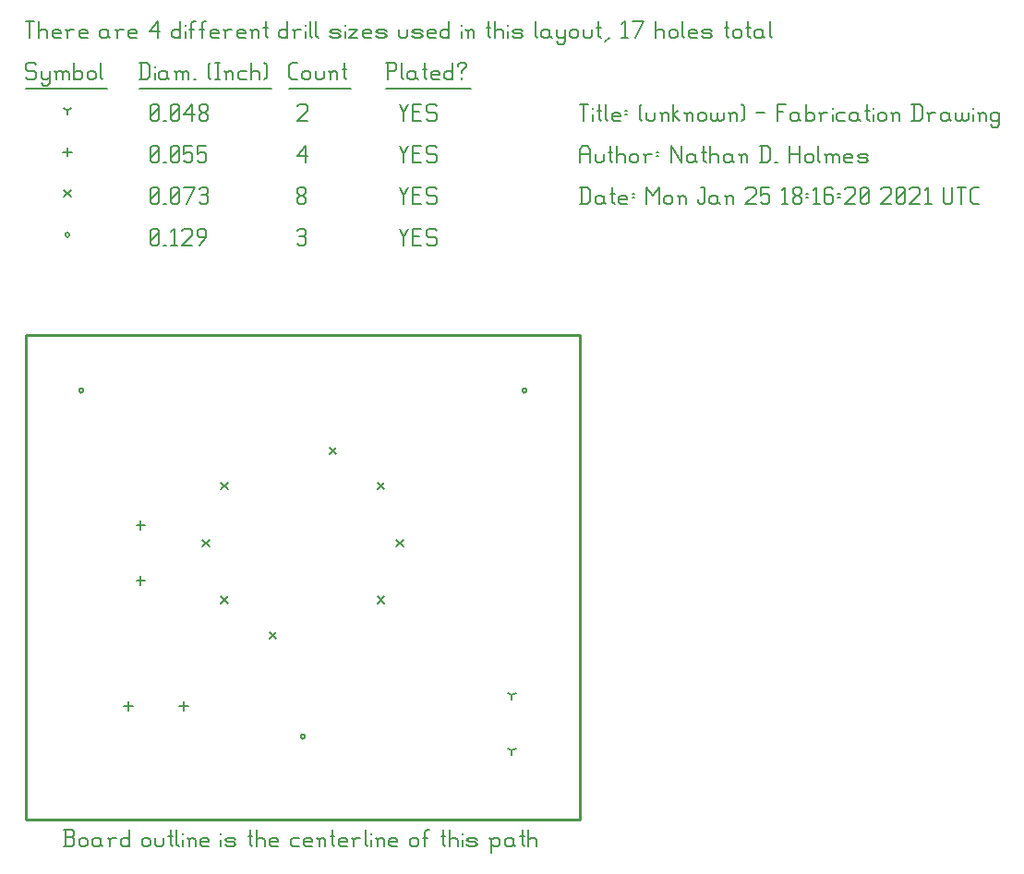
<source format=gbr>
G04 start of page 12 for group -3984 idx -3984 *
G04 Title: (unknown), fab *
G04 Creator: pcb 4.0.2 *
G04 CreationDate: Mon Jan 25 18:16:20 2021 UTC *
G04 For: ndholmes *
G04 Format: Gerber/RS-274X *
G04 PCB-Dimensions (mil): 2000.00 2000.00 *
G04 PCB-Coordinate-Origin: lower left *
%MOIN*%
%FSLAX25Y25*%
%LNFAB*%
%ADD55C,0.0100*%
%ADD54C,0.0075*%
%ADD53C,0.0060*%
%ADD52C,0.0080*%
G54D52*X99200Y30000D02*G75*G03X100800Y30000I800J0D01*G01*
G75*G03X99200Y30000I-800J0D01*G01*
X19200Y155000D02*G75*G03X20800Y155000I800J0D01*G01*
G75*G03X19200Y155000I-800J0D01*G01*
X179200D02*G75*G03X180800Y155000I800J0D01*G01*
G75*G03X179200Y155000I-800J0D01*G01*
X14200Y211250D02*G75*G03X15800Y211250I800J0D01*G01*
G75*G03X14200Y211250I-800J0D01*G01*
G54D53*X135000Y213500D02*X136500Y210500D01*
X138000Y213500D01*
X136500Y210500D02*Y207500D01*
X139800Y210800D02*X142050D01*
X139800Y207500D02*X142800D01*
X139800Y213500D02*Y207500D01*
Y213500D02*X142800D01*
X147600D02*X148350Y212750D01*
X145350Y213500D02*X147600D01*
X144600Y212750D02*X145350Y213500D01*
X144600Y212750D02*Y211250D01*
X145350Y210500D01*
X147600D01*
X148350Y209750D01*
Y208250D01*
X147600Y207500D02*X148350Y208250D01*
X145350Y207500D02*X147600D01*
X144600Y208250D02*X145350Y207500D01*
X98000Y212750D02*X98750Y213500D01*
X100250D01*
X101000Y212750D01*
X100250Y207500D02*X101000Y208250D01*
X98750Y207500D02*X100250D01*
X98000Y208250D02*X98750Y207500D01*
Y210800D02*X100250D01*
X101000Y212750D02*Y211550D01*
Y210050D02*Y208250D01*
Y210050D02*X100250Y210800D01*
X101000Y211550D02*X100250Y210800D01*
X45000Y208250D02*X45750Y207500D01*
X45000Y212750D02*Y208250D01*
Y212750D02*X45750Y213500D01*
X47250D01*
X48000Y212750D01*
Y208250D01*
X47250Y207500D02*X48000Y208250D01*
X45750Y207500D02*X47250D01*
X45000Y209000D02*X48000Y212000D01*
X49800Y207500D02*X50550D01*
X52350Y212300D02*X53550Y213500D01*
Y207500D01*
X52350D02*X54600D01*
X56400Y212750D02*X57150Y213500D01*
X59400D01*
X60150Y212750D01*
Y211250D01*
X56400Y207500D02*X60150Y211250D01*
X56400Y207500D02*X60150D01*
X62700D02*X64950Y210500D01*
Y212750D02*Y210500D01*
X64200Y213500D02*X64950Y212750D01*
X62700Y213500D02*X64200D01*
X61950Y212750D02*X62700Y213500D01*
X61950Y212750D02*Y211250D01*
X62700Y210500D01*
X64950D01*
X70484Y121773D02*X72884Y119373D01*
X70484D02*X72884Y121773D01*
X109615Y134487D02*X112015Y132087D01*
X109615D02*X112015Y134487D01*
X127116Y121772D02*X129516Y119372D01*
X127116D02*X129516Y121772D01*
X133800Y101200D02*X136200Y98800D01*
X133800D02*X136200Y101200D01*
X127116Y80627D02*X129516Y78227D01*
X127116D02*X129516Y80627D01*
X87985Y67913D02*X90385Y65513D01*
X87985D02*X90385Y67913D01*
X70484Y80628D02*X72884Y78228D01*
X70484D02*X72884Y80628D01*
X63800Y101200D02*X66200Y98800D01*
X63800D02*X66200Y101200D01*
X13800Y227450D02*X16200Y225050D01*
X13800D02*X16200Y227450D01*
X135000Y228500D02*X136500Y225500D01*
X138000Y228500D01*
X136500Y225500D02*Y222500D01*
X139800Y225800D02*X142050D01*
X139800Y222500D02*X142800D01*
X139800Y228500D02*Y222500D01*
Y228500D02*X142800D01*
X147600D02*X148350Y227750D01*
X145350Y228500D02*X147600D01*
X144600Y227750D02*X145350Y228500D01*
X144600Y227750D02*Y226250D01*
X145350Y225500D01*
X147600D01*
X148350Y224750D01*
Y223250D01*
X147600Y222500D02*X148350Y223250D01*
X145350Y222500D02*X147600D01*
X144600Y223250D02*X145350Y222500D01*
X98000Y223250D02*X98750Y222500D01*
X98000Y224450D02*Y223250D01*
Y224450D02*X99050Y225500D01*
X99950D01*
X101000Y224450D01*
Y223250D01*
X100250Y222500D02*X101000Y223250D01*
X98750Y222500D02*X100250D01*
X98000Y226550D02*X99050Y225500D01*
X98000Y227750D02*Y226550D01*
Y227750D02*X98750Y228500D01*
X100250D01*
X101000Y227750D01*
Y226550D01*
X99950Y225500D02*X101000Y226550D01*
X45000Y223250D02*X45750Y222500D01*
X45000Y227750D02*Y223250D01*
Y227750D02*X45750Y228500D01*
X47250D01*
X48000Y227750D01*
Y223250D01*
X47250Y222500D02*X48000Y223250D01*
X45750Y222500D02*X47250D01*
X45000Y224000D02*X48000Y227000D01*
X49800Y222500D02*X50550D01*
X52350Y223250D02*X53100Y222500D01*
X52350Y227750D02*Y223250D01*
Y227750D02*X53100Y228500D01*
X54600D01*
X55350Y227750D01*
Y223250D01*
X54600Y222500D02*X55350Y223250D01*
X53100Y222500D02*X54600D01*
X52350Y224000D02*X55350Y227000D01*
X57900Y222500D02*X60900Y228500D01*
X57150D02*X60900D01*
X62700Y227750D02*X63450Y228500D01*
X64950D01*
X65700Y227750D01*
X64950Y222500D02*X65700Y223250D01*
X63450Y222500D02*X64950D01*
X62700Y223250D02*X63450Y222500D01*
Y225800D02*X64950D01*
X65700Y227750D02*Y226550D01*
Y225050D02*Y223250D01*
Y225050D02*X64950Y225800D01*
X65700Y226550D02*X64950Y225800D01*
X41500Y108100D02*Y104900D01*
X39900Y106500D02*X43100D01*
X41500Y88100D02*Y84900D01*
X39900Y86500D02*X43100D01*
X37000Y42600D02*Y39400D01*
X35400Y41000D02*X38600D01*
X57000Y42600D02*Y39400D01*
X55400Y41000D02*X58600D01*
X15000Y242850D02*Y239650D01*
X13400Y241250D02*X16600D01*
X135000Y243500D02*X136500Y240500D01*
X138000Y243500D01*
X136500Y240500D02*Y237500D01*
X139800Y240800D02*X142050D01*
X139800Y237500D02*X142800D01*
X139800Y243500D02*Y237500D01*
Y243500D02*X142800D01*
X147600D02*X148350Y242750D01*
X145350Y243500D02*X147600D01*
X144600Y242750D02*X145350Y243500D01*
X144600Y242750D02*Y241250D01*
X145350Y240500D01*
X147600D01*
X148350Y239750D01*
Y238250D01*
X147600Y237500D02*X148350Y238250D01*
X145350Y237500D02*X147600D01*
X144600Y238250D02*X145350Y237500D01*
X98000Y239750D02*X101000Y243500D01*
X98000Y239750D02*X101750D01*
X101000Y243500D02*Y237500D01*
X45000Y238250D02*X45750Y237500D01*
X45000Y242750D02*Y238250D01*
Y242750D02*X45750Y243500D01*
X47250D01*
X48000Y242750D01*
Y238250D01*
X47250Y237500D02*X48000Y238250D01*
X45750Y237500D02*X47250D01*
X45000Y239000D02*X48000Y242000D01*
X49800Y237500D02*X50550D01*
X52350Y238250D02*X53100Y237500D01*
X52350Y242750D02*Y238250D01*
Y242750D02*X53100Y243500D01*
X54600D01*
X55350Y242750D01*
Y238250D01*
X54600Y237500D02*X55350Y238250D01*
X53100Y237500D02*X54600D01*
X52350Y239000D02*X55350Y242000D01*
X57150Y243500D02*X60150D01*
X57150D02*Y240500D01*
X57900Y241250D01*
X59400D01*
X60150Y240500D01*
Y238250D01*
X59400Y237500D02*X60150Y238250D01*
X57900Y237500D02*X59400D01*
X57150Y238250D02*X57900Y237500D01*
X61950Y243500D02*X64950D01*
X61950D02*Y240500D01*
X62700Y241250D01*
X64200D01*
X64950Y240500D01*
Y238250D01*
X64200Y237500D02*X64950Y238250D01*
X62700Y237500D02*X64200D01*
X61950Y238250D02*X62700Y237500D01*
X175500Y25000D02*Y23400D01*
Y25000D02*X176887Y25800D01*
X175500Y25000D02*X174113Y25800D01*
X175500Y45000D02*Y43400D01*
Y45000D02*X176887Y45800D01*
X175500Y45000D02*X174113Y45800D01*
X15000Y256250D02*Y254650D01*
Y256250D02*X16387Y257050D01*
X15000Y256250D02*X13613Y257050D01*
X135000Y258500D02*X136500Y255500D01*
X138000Y258500D01*
X136500Y255500D02*Y252500D01*
X139800Y255800D02*X142050D01*
X139800Y252500D02*X142800D01*
X139800Y258500D02*Y252500D01*
Y258500D02*X142800D01*
X147600D02*X148350Y257750D01*
X145350Y258500D02*X147600D01*
X144600Y257750D02*X145350Y258500D01*
X144600Y257750D02*Y256250D01*
X145350Y255500D01*
X147600D01*
X148350Y254750D01*
Y253250D01*
X147600Y252500D02*X148350Y253250D01*
X145350Y252500D02*X147600D01*
X144600Y253250D02*X145350Y252500D01*
X98000Y257750D02*X98750Y258500D01*
X101000D01*
X101750Y257750D01*
Y256250D01*
X98000Y252500D02*X101750Y256250D01*
X98000Y252500D02*X101750D01*
X45000Y253250D02*X45750Y252500D01*
X45000Y257750D02*Y253250D01*
Y257750D02*X45750Y258500D01*
X47250D01*
X48000Y257750D01*
Y253250D01*
X47250Y252500D02*X48000Y253250D01*
X45750Y252500D02*X47250D01*
X45000Y254000D02*X48000Y257000D01*
X49800Y252500D02*X50550D01*
X52350Y253250D02*X53100Y252500D01*
X52350Y257750D02*Y253250D01*
Y257750D02*X53100Y258500D01*
X54600D01*
X55350Y257750D01*
Y253250D01*
X54600Y252500D02*X55350Y253250D01*
X53100Y252500D02*X54600D01*
X52350Y254000D02*X55350Y257000D01*
X57150Y254750D02*X60150Y258500D01*
X57150Y254750D02*X60900D01*
X60150Y258500D02*Y252500D01*
X62700Y253250D02*X63450Y252500D01*
X62700Y254450D02*Y253250D01*
Y254450D02*X63750Y255500D01*
X64650D01*
X65700Y254450D01*
Y253250D01*
X64950Y252500D02*X65700Y253250D01*
X63450Y252500D02*X64950D01*
X62700Y256550D02*X63750Y255500D01*
X62700Y257750D02*Y256550D01*
Y257750D02*X63450Y258500D01*
X64950D01*
X65700Y257750D01*
Y256550D01*
X64650Y255500D02*X65700Y256550D01*
X3000Y273500D02*X3750Y272750D01*
X750Y273500D02*X3000D01*
X0Y272750D02*X750Y273500D01*
X0Y272750D02*Y271250D01*
X750Y270500D01*
X3000D01*
X3750Y269750D01*
Y268250D01*
X3000Y267500D02*X3750Y268250D01*
X750Y267500D02*X3000D01*
X0Y268250D02*X750Y267500D01*
X5550Y270500D02*Y268250D01*
X6300Y267500D01*
X8550Y270500D02*Y266000D01*
X7800Y265250D02*X8550Y266000D01*
X6300Y265250D02*X7800D01*
X5550Y266000D02*X6300Y265250D01*
Y267500D02*X7800D01*
X8550Y268250D01*
X11100Y269750D02*Y267500D01*
Y269750D02*X11850Y270500D01*
X12600D01*
X13350Y269750D01*
Y267500D01*
Y269750D02*X14100Y270500D01*
X14850D01*
X15600Y269750D01*
Y267500D01*
X10350Y270500D02*X11100Y269750D01*
X17400Y273500D02*Y267500D01*
Y268250D02*X18150Y267500D01*
X19650D01*
X20400Y268250D01*
Y269750D02*Y268250D01*
X19650Y270500D02*X20400Y269750D01*
X18150Y270500D02*X19650D01*
X17400Y269750D02*X18150Y270500D01*
X22200Y269750D02*Y268250D01*
Y269750D02*X22950Y270500D01*
X24450D01*
X25200Y269750D01*
Y268250D01*
X24450Y267500D02*X25200Y268250D01*
X22950Y267500D02*X24450D01*
X22200Y268250D02*X22950Y267500D01*
X27000Y273500D02*Y268250D01*
X27750Y267500D01*
X0Y264250D02*X29250D01*
X41750Y273500D02*Y267500D01*
X43700Y273500D02*X44750Y272450D01*
Y268550D01*
X43700Y267500D02*X44750Y268550D01*
X41000Y267500D02*X43700D01*
X41000Y273500D02*X43700D01*
G54D54*X46550Y272000D02*Y271850D01*
G54D53*Y269750D02*Y267500D01*
X50300Y270500D02*X51050Y269750D01*
X48800Y270500D02*X50300D01*
X48050Y269750D02*X48800Y270500D01*
X48050Y269750D02*Y268250D01*
X48800Y267500D01*
X51050Y270500D02*Y268250D01*
X51800Y267500D01*
X48800D02*X50300D01*
X51050Y268250D01*
X54350Y269750D02*Y267500D01*
Y269750D02*X55100Y270500D01*
X55850D01*
X56600Y269750D01*
Y267500D01*
Y269750D02*X57350Y270500D01*
X58100D01*
X58850Y269750D01*
Y267500D01*
X53600Y270500D02*X54350Y269750D01*
X60650Y267500D02*X61400D01*
X65900Y268250D02*X66650Y267500D01*
X65900Y272750D02*X66650Y273500D01*
X65900Y272750D02*Y268250D01*
X68450Y273500D02*X69950D01*
X69200D02*Y267500D01*
X68450D02*X69950D01*
X72500Y269750D02*Y267500D01*
Y269750D02*X73250Y270500D01*
X74000D01*
X74750Y269750D01*
Y267500D01*
X71750Y270500D02*X72500Y269750D01*
X77300Y270500D02*X79550D01*
X76550Y269750D02*X77300Y270500D01*
X76550Y269750D02*Y268250D01*
X77300Y267500D01*
X79550D01*
X81350Y273500D02*Y267500D01*
Y269750D02*X82100Y270500D01*
X83600D01*
X84350Y269750D01*
Y267500D01*
X86150Y273500D02*X86900Y272750D01*
Y268250D01*
X86150Y267500D02*X86900Y268250D01*
X41000Y264250D02*X88700D01*
X96050Y267500D02*X98000D01*
X95000Y268550D02*X96050Y267500D01*
X95000Y272450D02*Y268550D01*
Y272450D02*X96050Y273500D01*
X98000D01*
X99800Y269750D02*Y268250D01*
Y269750D02*X100550Y270500D01*
X102050D01*
X102800Y269750D01*
Y268250D01*
X102050Y267500D02*X102800Y268250D01*
X100550Y267500D02*X102050D01*
X99800Y268250D02*X100550Y267500D01*
X104600Y270500D02*Y268250D01*
X105350Y267500D01*
X106850D01*
X107600Y268250D01*
Y270500D02*Y268250D01*
X110150Y269750D02*Y267500D01*
Y269750D02*X110900Y270500D01*
X111650D01*
X112400Y269750D01*
Y267500D01*
X109400Y270500D02*X110150Y269750D01*
X114950Y273500D02*Y268250D01*
X115700Y267500D01*
X114200Y271250D02*X115700D01*
X95000Y264250D02*X117200D01*
X130750Y273500D02*Y267500D01*
X130000Y273500D02*X133000D01*
X133750Y272750D01*
Y271250D01*
X133000Y270500D02*X133750Y271250D01*
X130750Y270500D02*X133000D01*
X135550Y273500D02*Y268250D01*
X136300Y267500D01*
X140050Y270500D02*X140800Y269750D01*
X138550Y270500D02*X140050D01*
X137800Y269750D02*X138550Y270500D01*
X137800Y269750D02*Y268250D01*
X138550Y267500D01*
X140800Y270500D02*Y268250D01*
X141550Y267500D01*
X138550D02*X140050D01*
X140800Y268250D01*
X144100Y273500D02*Y268250D01*
X144850Y267500D01*
X143350Y271250D02*X144850D01*
X147100Y267500D02*X149350D01*
X146350Y268250D02*X147100Y267500D01*
X146350Y269750D02*Y268250D01*
Y269750D02*X147100Y270500D01*
X148600D01*
X149350Y269750D01*
X146350Y269000D02*X149350D01*
Y269750D02*Y269000D01*
X154150Y273500D02*Y267500D01*
X153400D02*X154150Y268250D01*
X151900Y267500D02*X153400D01*
X151150Y268250D02*X151900Y267500D01*
X151150Y269750D02*Y268250D01*
Y269750D02*X151900Y270500D01*
X153400D01*
X154150Y269750D01*
X157450Y270500D02*Y269750D01*
Y268250D02*Y267500D01*
X155950Y272750D02*Y272000D01*
Y272750D02*X156700Y273500D01*
X158200D01*
X158950Y272750D01*
Y272000D01*
X157450Y270500D02*X158950Y272000D01*
X130000Y264250D02*X160750D01*
X0Y288500D02*X3000D01*
X1500D02*Y282500D01*
X4800Y288500D02*Y282500D01*
Y284750D02*X5550Y285500D01*
X7050D01*
X7800Y284750D01*
Y282500D01*
X10350D02*X12600D01*
X9600Y283250D02*X10350Y282500D01*
X9600Y284750D02*Y283250D01*
Y284750D02*X10350Y285500D01*
X11850D01*
X12600Y284750D01*
X9600Y284000D02*X12600D01*
Y284750D02*Y284000D01*
X15150Y284750D02*Y282500D01*
Y284750D02*X15900Y285500D01*
X17400D01*
X14400D02*X15150Y284750D01*
X19950Y282500D02*X22200D01*
X19200Y283250D02*X19950Y282500D01*
X19200Y284750D02*Y283250D01*
Y284750D02*X19950Y285500D01*
X21450D01*
X22200Y284750D01*
X19200Y284000D02*X22200D01*
Y284750D02*Y284000D01*
X28950Y285500D02*X29700Y284750D01*
X27450Y285500D02*X28950D01*
X26700Y284750D02*X27450Y285500D01*
X26700Y284750D02*Y283250D01*
X27450Y282500D01*
X29700Y285500D02*Y283250D01*
X30450Y282500D01*
X27450D02*X28950D01*
X29700Y283250D01*
X33000Y284750D02*Y282500D01*
Y284750D02*X33750Y285500D01*
X35250D01*
X32250D02*X33000Y284750D01*
X37800Y282500D02*X40050D01*
X37050Y283250D02*X37800Y282500D01*
X37050Y284750D02*Y283250D01*
Y284750D02*X37800Y285500D01*
X39300D01*
X40050Y284750D01*
X37050Y284000D02*X40050D01*
Y284750D02*Y284000D01*
X44550Y284750D02*X47550Y288500D01*
X44550Y284750D02*X48300D01*
X47550Y288500D02*Y282500D01*
X55800Y288500D02*Y282500D01*
X55050D02*X55800Y283250D01*
X53550Y282500D02*X55050D01*
X52800Y283250D02*X53550Y282500D01*
X52800Y284750D02*Y283250D01*
Y284750D02*X53550Y285500D01*
X55050D01*
X55800Y284750D01*
G54D54*X57600Y287000D02*Y286850D01*
G54D53*Y284750D02*Y282500D01*
X59850Y287750D02*Y282500D01*
Y287750D02*X60600Y288500D01*
X61350D01*
X59100Y285500D02*X60600D01*
X63600Y287750D02*Y282500D01*
Y287750D02*X64350Y288500D01*
X65100D01*
X62850Y285500D02*X64350D01*
X67350Y282500D02*X69600D01*
X66600Y283250D02*X67350Y282500D01*
X66600Y284750D02*Y283250D01*
Y284750D02*X67350Y285500D01*
X68850D01*
X69600Y284750D01*
X66600Y284000D02*X69600D01*
Y284750D02*Y284000D01*
X72150Y284750D02*Y282500D01*
Y284750D02*X72900Y285500D01*
X74400D01*
X71400D02*X72150Y284750D01*
X76950Y282500D02*X79200D01*
X76200Y283250D02*X76950Y282500D01*
X76200Y284750D02*Y283250D01*
Y284750D02*X76950Y285500D01*
X78450D01*
X79200Y284750D01*
X76200Y284000D02*X79200D01*
Y284750D02*Y284000D01*
X81750Y284750D02*Y282500D01*
Y284750D02*X82500Y285500D01*
X83250D01*
X84000Y284750D01*
Y282500D01*
X81000Y285500D02*X81750Y284750D01*
X86550Y288500D02*Y283250D01*
X87300Y282500D01*
X85800Y286250D02*X87300D01*
X94500Y288500D02*Y282500D01*
X93750D02*X94500Y283250D01*
X92250Y282500D02*X93750D01*
X91500Y283250D02*X92250Y282500D01*
X91500Y284750D02*Y283250D01*
Y284750D02*X92250Y285500D01*
X93750D01*
X94500Y284750D01*
X97050D02*Y282500D01*
Y284750D02*X97800Y285500D01*
X99300D01*
X96300D02*X97050Y284750D01*
G54D54*X101100Y287000D02*Y286850D01*
G54D53*Y284750D02*Y282500D01*
X102600Y288500D02*Y283250D01*
X103350Y282500D01*
X104850Y288500D02*Y283250D01*
X105600Y282500D01*
X110550D02*X112800D01*
X113550Y283250D01*
X112800Y284000D02*X113550Y283250D01*
X110550Y284000D02*X112800D01*
X109800Y284750D02*X110550Y284000D01*
X109800Y284750D02*X110550Y285500D01*
X112800D01*
X113550Y284750D01*
X109800Y283250D02*X110550Y282500D01*
G54D54*X115350Y287000D02*Y286850D01*
G54D53*Y284750D02*Y282500D01*
X116850Y285500D02*X119850D01*
X116850Y282500D02*X119850Y285500D01*
X116850Y282500D02*X119850D01*
X122400D02*X124650D01*
X121650Y283250D02*X122400Y282500D01*
X121650Y284750D02*Y283250D01*
Y284750D02*X122400Y285500D01*
X123900D01*
X124650Y284750D01*
X121650Y284000D02*X124650D01*
Y284750D02*Y284000D01*
X127200Y282500D02*X129450D01*
X130200Y283250D01*
X129450Y284000D02*X130200Y283250D01*
X127200Y284000D02*X129450D01*
X126450Y284750D02*X127200Y284000D01*
X126450Y284750D02*X127200Y285500D01*
X129450D01*
X130200Y284750D01*
X126450Y283250D02*X127200Y282500D01*
X134700Y285500D02*Y283250D01*
X135450Y282500D01*
X136950D01*
X137700Y283250D01*
Y285500D02*Y283250D01*
X140250Y282500D02*X142500D01*
X143250Y283250D01*
X142500Y284000D02*X143250Y283250D01*
X140250Y284000D02*X142500D01*
X139500Y284750D02*X140250Y284000D01*
X139500Y284750D02*X140250Y285500D01*
X142500D01*
X143250Y284750D01*
X139500Y283250D02*X140250Y282500D01*
X145800D02*X148050D01*
X145050Y283250D02*X145800Y282500D01*
X145050Y284750D02*Y283250D01*
Y284750D02*X145800Y285500D01*
X147300D01*
X148050Y284750D01*
X145050Y284000D02*X148050D01*
Y284750D02*Y284000D01*
X152850Y288500D02*Y282500D01*
X152100D02*X152850Y283250D01*
X150600Y282500D02*X152100D01*
X149850Y283250D02*X150600Y282500D01*
X149850Y284750D02*Y283250D01*
Y284750D02*X150600Y285500D01*
X152100D01*
X152850Y284750D01*
G54D54*X157350Y287000D02*Y286850D01*
G54D53*Y284750D02*Y282500D01*
X159600Y284750D02*Y282500D01*
Y284750D02*X160350Y285500D01*
X161100D01*
X161850Y284750D01*
Y282500D01*
X158850Y285500D02*X159600Y284750D01*
X167100Y288500D02*Y283250D01*
X167850Y282500D01*
X166350Y286250D02*X167850D01*
X169350Y288500D02*Y282500D01*
Y284750D02*X170100Y285500D01*
X171600D01*
X172350Y284750D01*
Y282500D01*
G54D54*X174150Y287000D02*Y286850D01*
G54D53*Y284750D02*Y282500D01*
X176400D02*X178650D01*
X179400Y283250D01*
X178650Y284000D02*X179400Y283250D01*
X176400Y284000D02*X178650D01*
X175650Y284750D02*X176400Y284000D01*
X175650Y284750D02*X176400Y285500D01*
X178650D01*
X179400Y284750D01*
X175650Y283250D02*X176400Y282500D01*
X183900Y288500D02*Y283250D01*
X184650Y282500D01*
X188400Y285500D02*X189150Y284750D01*
X186900Y285500D02*X188400D01*
X186150Y284750D02*X186900Y285500D01*
X186150Y284750D02*Y283250D01*
X186900Y282500D01*
X189150Y285500D02*Y283250D01*
X189900Y282500D01*
X186900D02*X188400D01*
X189150Y283250D01*
X191700Y285500D02*Y283250D01*
X192450Y282500D01*
X194700Y285500D02*Y281000D01*
X193950Y280250D02*X194700Y281000D01*
X192450Y280250D02*X193950D01*
X191700Y281000D02*X192450Y280250D01*
Y282500D02*X193950D01*
X194700Y283250D01*
X196500Y284750D02*Y283250D01*
Y284750D02*X197250Y285500D01*
X198750D01*
X199500Y284750D01*
Y283250D01*
X198750Y282500D02*X199500Y283250D01*
X197250Y282500D02*X198750D01*
X196500Y283250D02*X197250Y282500D01*
X201300Y285500D02*Y283250D01*
X202050Y282500D01*
X203550D01*
X204300Y283250D01*
Y285500D02*Y283250D01*
X206850Y288500D02*Y283250D01*
X207600Y282500D01*
X206100Y286250D02*X207600D01*
X209100Y281000D02*X210600Y282500D01*
X215100Y287300D02*X216300Y288500D01*
Y282500D01*
X215100D02*X217350D01*
X219900D02*X222900Y288500D01*
X219150D02*X222900D01*
X227400D02*Y282500D01*
Y284750D02*X228150Y285500D01*
X229650D01*
X230400Y284750D01*
Y282500D01*
X232200Y284750D02*Y283250D01*
Y284750D02*X232950Y285500D01*
X234450D01*
X235200Y284750D01*
Y283250D01*
X234450Y282500D02*X235200Y283250D01*
X232950Y282500D02*X234450D01*
X232200Y283250D02*X232950Y282500D01*
X237000Y288500D02*Y283250D01*
X237750Y282500D01*
X240000D02*X242250D01*
X239250Y283250D02*X240000Y282500D01*
X239250Y284750D02*Y283250D01*
Y284750D02*X240000Y285500D01*
X241500D01*
X242250Y284750D01*
X239250Y284000D02*X242250D01*
Y284750D02*Y284000D01*
X244800Y282500D02*X247050D01*
X247800Y283250D01*
X247050Y284000D02*X247800Y283250D01*
X244800Y284000D02*X247050D01*
X244050Y284750D02*X244800Y284000D01*
X244050Y284750D02*X244800Y285500D01*
X247050D01*
X247800Y284750D01*
X244050Y283250D02*X244800Y282500D01*
X253050Y288500D02*Y283250D01*
X253800Y282500D01*
X252300Y286250D02*X253800D01*
X255300Y284750D02*Y283250D01*
Y284750D02*X256050Y285500D01*
X257550D01*
X258300Y284750D01*
Y283250D01*
X257550Y282500D02*X258300Y283250D01*
X256050Y282500D02*X257550D01*
X255300Y283250D02*X256050Y282500D01*
X260850Y288500D02*Y283250D01*
X261600Y282500D01*
X260100Y286250D02*X261600D01*
X265350Y285500D02*X266100Y284750D01*
X263850Y285500D02*X265350D01*
X263100Y284750D02*X263850Y285500D01*
X263100Y284750D02*Y283250D01*
X263850Y282500D01*
X266100Y285500D02*Y283250D01*
X266850Y282500D01*
X263850D02*X265350D01*
X266100Y283250D01*
X268650Y288500D02*Y283250D01*
X269400Y282500D01*
G54D55*X0Y175000D02*Y0D01*
X200000D01*
Y175000D01*
X0D02*X200000D01*
G54D53*X13675Y-9500D02*X16675D01*
X17425Y-8750D01*
Y-6950D02*Y-8750D01*
X16675Y-6200D02*X17425Y-6950D01*
X14425Y-6200D02*X16675D01*
X14425Y-3500D02*Y-9500D01*
X13675Y-3500D02*X16675D01*
X17425Y-4250D01*
Y-5450D01*
X16675Y-6200D02*X17425Y-5450D01*
X19225Y-7250D02*Y-8750D01*
Y-7250D02*X19975Y-6500D01*
X21475D01*
X22225Y-7250D01*
Y-8750D01*
X21475Y-9500D02*X22225Y-8750D01*
X19975Y-9500D02*X21475D01*
X19225Y-8750D02*X19975Y-9500D01*
X26275Y-6500D02*X27025Y-7250D01*
X24775Y-6500D02*X26275D01*
X24025Y-7250D02*X24775Y-6500D01*
X24025Y-7250D02*Y-8750D01*
X24775Y-9500D01*
X27025Y-6500D02*Y-8750D01*
X27775Y-9500D01*
X24775D02*X26275D01*
X27025Y-8750D01*
X30325Y-7250D02*Y-9500D01*
Y-7250D02*X31075Y-6500D01*
X32575D01*
X29575D02*X30325Y-7250D01*
X37375Y-3500D02*Y-9500D01*
X36625D02*X37375Y-8750D01*
X35125Y-9500D02*X36625D01*
X34375Y-8750D02*X35125Y-9500D01*
X34375Y-7250D02*Y-8750D01*
Y-7250D02*X35125Y-6500D01*
X36625D01*
X37375Y-7250D01*
X41875D02*Y-8750D01*
Y-7250D02*X42625Y-6500D01*
X44125D01*
X44875Y-7250D01*
Y-8750D01*
X44125Y-9500D02*X44875Y-8750D01*
X42625Y-9500D02*X44125D01*
X41875Y-8750D02*X42625Y-9500D01*
X46675Y-6500D02*Y-8750D01*
X47425Y-9500D01*
X48925D01*
X49675Y-8750D01*
Y-6500D02*Y-8750D01*
X52225Y-3500D02*Y-8750D01*
X52975Y-9500D01*
X51475Y-5750D02*X52975D01*
X54475Y-3500D02*Y-8750D01*
X55225Y-9500D01*
G54D54*X56725Y-5000D02*Y-5150D01*
G54D53*Y-7250D02*Y-9500D01*
X58975Y-7250D02*Y-9500D01*
Y-7250D02*X59725Y-6500D01*
X60475D01*
X61225Y-7250D01*
Y-9500D01*
X58225Y-6500D02*X58975Y-7250D01*
X63775Y-9500D02*X66025D01*
X63025Y-8750D02*X63775Y-9500D01*
X63025Y-7250D02*Y-8750D01*
Y-7250D02*X63775Y-6500D01*
X65275D01*
X66025Y-7250D01*
X63025Y-8000D02*X66025D01*
Y-7250D02*Y-8000D01*
G54D54*X70525Y-5000D02*Y-5150D01*
G54D53*Y-7250D02*Y-9500D01*
X72775D02*X75025D01*
X75775Y-8750D01*
X75025Y-8000D02*X75775Y-8750D01*
X72775Y-8000D02*X75025D01*
X72025Y-7250D02*X72775Y-8000D01*
X72025Y-7250D02*X72775Y-6500D01*
X75025D01*
X75775Y-7250D01*
X72025Y-8750D02*X72775Y-9500D01*
X81025Y-3500D02*Y-8750D01*
X81775Y-9500D01*
X80275Y-5750D02*X81775D01*
X83275Y-3500D02*Y-9500D01*
Y-7250D02*X84025Y-6500D01*
X85525D01*
X86275Y-7250D01*
Y-9500D01*
X88825D02*X91075D01*
X88075Y-8750D02*X88825Y-9500D01*
X88075Y-7250D02*Y-8750D01*
Y-7250D02*X88825Y-6500D01*
X90325D01*
X91075Y-7250D01*
X88075Y-8000D02*X91075D01*
Y-7250D02*Y-8000D01*
X96325Y-6500D02*X98575D01*
X95575Y-7250D02*X96325Y-6500D01*
X95575Y-7250D02*Y-8750D01*
X96325Y-9500D01*
X98575D01*
X101125D02*X103375D01*
X100375Y-8750D02*X101125Y-9500D01*
X100375Y-7250D02*Y-8750D01*
Y-7250D02*X101125Y-6500D01*
X102625D01*
X103375Y-7250D01*
X100375Y-8000D02*X103375D01*
Y-7250D02*Y-8000D01*
X105925Y-7250D02*Y-9500D01*
Y-7250D02*X106675Y-6500D01*
X107425D01*
X108175Y-7250D01*
Y-9500D01*
X105175Y-6500D02*X105925Y-7250D01*
X110725Y-3500D02*Y-8750D01*
X111475Y-9500D01*
X109975Y-5750D02*X111475D01*
X113725Y-9500D02*X115975D01*
X112975Y-8750D02*X113725Y-9500D01*
X112975Y-7250D02*Y-8750D01*
Y-7250D02*X113725Y-6500D01*
X115225D01*
X115975Y-7250D01*
X112975Y-8000D02*X115975D01*
Y-7250D02*Y-8000D01*
X118525Y-7250D02*Y-9500D01*
Y-7250D02*X119275Y-6500D01*
X120775D01*
X117775D02*X118525Y-7250D01*
X122575Y-3500D02*Y-8750D01*
X123325Y-9500D01*
G54D54*X124825Y-5000D02*Y-5150D01*
G54D53*Y-7250D02*Y-9500D01*
X127075Y-7250D02*Y-9500D01*
Y-7250D02*X127825Y-6500D01*
X128575D01*
X129325Y-7250D01*
Y-9500D01*
X126325Y-6500D02*X127075Y-7250D01*
X131875Y-9500D02*X134125D01*
X131125Y-8750D02*X131875Y-9500D01*
X131125Y-7250D02*Y-8750D01*
Y-7250D02*X131875Y-6500D01*
X133375D01*
X134125Y-7250D01*
X131125Y-8000D02*X134125D01*
Y-7250D02*Y-8000D01*
X138625Y-7250D02*Y-8750D01*
Y-7250D02*X139375Y-6500D01*
X140875D01*
X141625Y-7250D01*
Y-8750D01*
X140875Y-9500D02*X141625Y-8750D01*
X139375Y-9500D02*X140875D01*
X138625Y-8750D02*X139375Y-9500D01*
X144175Y-4250D02*Y-9500D01*
Y-4250D02*X144925Y-3500D01*
X145675D01*
X143425Y-6500D02*X144925D01*
X150625Y-3500D02*Y-8750D01*
X151375Y-9500D01*
X149875Y-5750D02*X151375D01*
X152875Y-3500D02*Y-9500D01*
Y-7250D02*X153625Y-6500D01*
X155125D01*
X155875Y-7250D01*
Y-9500D01*
G54D54*X157675Y-5000D02*Y-5150D01*
G54D53*Y-7250D02*Y-9500D01*
X159925D02*X162175D01*
X162925Y-8750D01*
X162175Y-8000D02*X162925Y-8750D01*
X159925Y-8000D02*X162175D01*
X159175Y-7250D02*X159925Y-8000D01*
X159175Y-7250D02*X159925Y-6500D01*
X162175D01*
X162925Y-7250D01*
X159175Y-8750D02*X159925Y-9500D01*
X168175Y-7250D02*Y-11750D01*
X167425Y-6500D02*X168175Y-7250D01*
X168925Y-6500D01*
X170425D01*
X171175Y-7250D01*
Y-8750D01*
X170425Y-9500D02*X171175Y-8750D01*
X168925Y-9500D02*X170425D01*
X168175Y-8750D02*X168925Y-9500D01*
X175225Y-6500D02*X175975Y-7250D01*
X173725Y-6500D02*X175225D01*
X172975Y-7250D02*X173725Y-6500D01*
X172975Y-7250D02*Y-8750D01*
X173725Y-9500D01*
X175975Y-6500D02*Y-8750D01*
X176725Y-9500D01*
X173725D02*X175225D01*
X175975Y-8750D01*
X179275Y-3500D02*Y-8750D01*
X180025Y-9500D01*
X178525Y-5750D02*X180025D01*
X181525Y-3500D02*Y-9500D01*
Y-7250D02*X182275Y-6500D01*
X183775D01*
X184525Y-7250D01*
Y-9500D01*
X200750Y228500D02*Y222500D01*
X202700Y228500D02*X203750Y227450D01*
Y223550D01*
X202700Y222500D02*X203750Y223550D01*
X200000Y222500D02*X202700D01*
X200000Y228500D02*X202700D01*
X207800Y225500D02*X208550Y224750D01*
X206300Y225500D02*X207800D01*
X205550Y224750D02*X206300Y225500D01*
X205550Y224750D02*Y223250D01*
X206300Y222500D01*
X208550Y225500D02*Y223250D01*
X209300Y222500D01*
X206300D02*X207800D01*
X208550Y223250D01*
X211850Y228500D02*Y223250D01*
X212600Y222500D01*
X211100Y226250D02*X212600D01*
X214850Y222500D02*X217100D01*
X214100Y223250D02*X214850Y222500D01*
X214100Y224750D02*Y223250D01*
Y224750D02*X214850Y225500D01*
X216350D01*
X217100Y224750D01*
X214100Y224000D02*X217100D01*
Y224750D02*Y224000D01*
X218900Y226250D02*X219650D01*
X218900Y224750D02*X219650D01*
X224150Y228500D02*Y222500D01*
Y228500D02*X226400Y225500D01*
X228650Y228500D01*
Y222500D01*
X230450Y224750D02*Y223250D01*
Y224750D02*X231200Y225500D01*
X232700D01*
X233450Y224750D01*
Y223250D01*
X232700Y222500D02*X233450Y223250D01*
X231200Y222500D02*X232700D01*
X230450Y223250D02*X231200Y222500D01*
X236000Y224750D02*Y222500D01*
Y224750D02*X236750Y225500D01*
X237500D01*
X238250Y224750D01*
Y222500D01*
X235250Y225500D02*X236000Y224750D01*
X243800Y228500D02*X245000D01*
Y223250D01*
X244250Y222500D02*X245000Y223250D01*
X243500Y222500D02*X244250D01*
X242750Y223250D02*X243500Y222500D01*
X242750Y224000D02*Y223250D01*
X249050Y225500D02*X249800Y224750D01*
X247550Y225500D02*X249050D01*
X246800Y224750D02*X247550Y225500D01*
X246800Y224750D02*Y223250D01*
X247550Y222500D01*
X249800Y225500D02*Y223250D01*
X250550Y222500D01*
X247550D02*X249050D01*
X249800Y223250D01*
X253100Y224750D02*Y222500D01*
Y224750D02*X253850Y225500D01*
X254600D01*
X255350Y224750D01*
Y222500D01*
X252350Y225500D02*X253100Y224750D01*
X259850Y227750D02*X260600Y228500D01*
X262850D01*
X263600Y227750D01*
Y226250D01*
X259850Y222500D02*X263600Y226250D01*
X259850Y222500D02*X263600D01*
X265400Y228500D02*X268400D01*
X265400D02*Y225500D01*
X266150Y226250D01*
X267650D01*
X268400Y225500D01*
Y223250D01*
X267650Y222500D02*X268400Y223250D01*
X266150Y222500D02*X267650D01*
X265400Y223250D02*X266150Y222500D01*
X272900Y227300D02*X274100Y228500D01*
Y222500D01*
X272900D02*X275150D01*
X276950Y223250D02*X277700Y222500D01*
X276950Y224450D02*Y223250D01*
Y224450D02*X278000Y225500D01*
X278900D01*
X279950Y224450D01*
Y223250D01*
X279200Y222500D02*X279950Y223250D01*
X277700Y222500D02*X279200D01*
X276950Y226550D02*X278000Y225500D01*
X276950Y227750D02*Y226550D01*
Y227750D02*X277700Y228500D01*
X279200D01*
X279950Y227750D01*
Y226550D01*
X278900Y225500D02*X279950Y226550D01*
X281750Y226250D02*X282500D01*
X281750Y224750D02*X282500D01*
X284300Y227300D02*X285500Y228500D01*
Y222500D01*
X284300D02*X286550D01*
X290600Y228500D02*X291350Y227750D01*
X289100Y228500D02*X290600D01*
X288350Y227750D02*X289100Y228500D01*
X288350Y227750D02*Y223250D01*
X289100Y222500D01*
X290600Y225800D02*X291350Y225050D01*
X288350Y225800D02*X290600D01*
X289100Y222500D02*X290600D01*
X291350Y223250D01*
Y225050D02*Y223250D01*
X293150Y226250D02*X293900D01*
X293150Y224750D02*X293900D01*
X295700Y227750D02*X296450Y228500D01*
X298700D01*
X299450Y227750D01*
Y226250D01*
X295700Y222500D02*X299450Y226250D01*
X295700Y222500D02*X299450D01*
X301250Y223250D02*X302000Y222500D01*
X301250Y227750D02*Y223250D01*
Y227750D02*X302000Y228500D01*
X303500D01*
X304250Y227750D01*
Y223250D01*
X303500Y222500D02*X304250Y223250D01*
X302000Y222500D02*X303500D01*
X301250Y224000D02*X304250Y227000D01*
X308750Y227750D02*X309500Y228500D01*
X311750D01*
X312500Y227750D01*
Y226250D01*
X308750Y222500D02*X312500Y226250D01*
X308750Y222500D02*X312500D01*
X314300Y223250D02*X315050Y222500D01*
X314300Y227750D02*Y223250D01*
Y227750D02*X315050Y228500D01*
X316550D01*
X317300Y227750D01*
Y223250D01*
X316550Y222500D02*X317300Y223250D01*
X315050Y222500D02*X316550D01*
X314300Y224000D02*X317300Y227000D01*
X319100Y227750D02*X319850Y228500D01*
X322100D01*
X322850Y227750D01*
Y226250D01*
X319100Y222500D02*X322850Y226250D01*
X319100Y222500D02*X322850D01*
X324650Y227300D02*X325850Y228500D01*
Y222500D01*
X324650D02*X326900D01*
X331400Y228500D02*Y223250D01*
X332150Y222500D01*
X333650D01*
X334400Y223250D01*
Y228500D02*Y223250D01*
X336200Y228500D02*X339200D01*
X337700D02*Y222500D01*
X342050D02*X344000D01*
X341000Y223550D02*X342050Y222500D01*
X341000Y227450D02*Y223550D01*
Y227450D02*X342050Y228500D01*
X344000D01*
X200000Y242000D02*Y237500D01*
Y242000D02*X201050Y243500D01*
X202700D01*
X203750Y242000D01*
Y237500D01*
X200000Y240500D02*X203750D01*
X205550D02*Y238250D01*
X206300Y237500D01*
X207800D01*
X208550Y238250D01*
Y240500D02*Y238250D01*
X211100Y243500D02*Y238250D01*
X211850Y237500D01*
X210350Y241250D02*X211850D01*
X213350Y243500D02*Y237500D01*
Y239750D02*X214100Y240500D01*
X215600D01*
X216350Y239750D01*
Y237500D01*
X218150Y239750D02*Y238250D01*
Y239750D02*X218900Y240500D01*
X220400D01*
X221150Y239750D01*
Y238250D01*
X220400Y237500D02*X221150Y238250D01*
X218900Y237500D02*X220400D01*
X218150Y238250D02*X218900Y237500D01*
X223700Y239750D02*Y237500D01*
Y239750D02*X224450Y240500D01*
X225950D01*
X222950D02*X223700Y239750D01*
X227750Y241250D02*X228500D01*
X227750Y239750D02*X228500D01*
X233000Y243500D02*Y237500D01*
Y243500D02*X236750Y237500D01*
Y243500D02*Y237500D01*
X240800Y240500D02*X241550Y239750D01*
X239300Y240500D02*X240800D01*
X238550Y239750D02*X239300Y240500D01*
X238550Y239750D02*Y238250D01*
X239300Y237500D01*
X241550Y240500D02*Y238250D01*
X242300Y237500D01*
X239300D02*X240800D01*
X241550Y238250D01*
X244850Y243500D02*Y238250D01*
X245600Y237500D01*
X244100Y241250D02*X245600D01*
X247100Y243500D02*Y237500D01*
Y239750D02*X247850Y240500D01*
X249350D01*
X250100Y239750D01*
Y237500D01*
X254150Y240500D02*X254900Y239750D01*
X252650Y240500D02*X254150D01*
X251900Y239750D02*X252650Y240500D01*
X251900Y239750D02*Y238250D01*
X252650Y237500D01*
X254900Y240500D02*Y238250D01*
X255650Y237500D01*
X252650D02*X254150D01*
X254900Y238250D01*
X258200Y239750D02*Y237500D01*
Y239750D02*X258950Y240500D01*
X259700D01*
X260450Y239750D01*
Y237500D01*
X257450Y240500D02*X258200Y239750D01*
X265700Y243500D02*Y237500D01*
X267650Y243500D02*X268700Y242450D01*
Y238550D01*
X267650Y237500D02*X268700Y238550D01*
X264950Y237500D02*X267650D01*
X264950Y243500D02*X267650D01*
X270500Y237500D02*X271250D01*
X275750Y243500D02*Y237500D01*
X279500Y243500D02*Y237500D01*
X275750Y240500D02*X279500D01*
X281300Y239750D02*Y238250D01*
Y239750D02*X282050Y240500D01*
X283550D01*
X284300Y239750D01*
Y238250D01*
X283550Y237500D02*X284300Y238250D01*
X282050Y237500D02*X283550D01*
X281300Y238250D02*X282050Y237500D01*
X286100Y243500D02*Y238250D01*
X286850Y237500D01*
X289100Y239750D02*Y237500D01*
Y239750D02*X289850Y240500D01*
X290600D01*
X291350Y239750D01*
Y237500D01*
Y239750D02*X292100Y240500D01*
X292850D01*
X293600Y239750D01*
Y237500D01*
X288350Y240500D02*X289100Y239750D01*
X296150Y237500D02*X298400D01*
X295400Y238250D02*X296150Y237500D01*
X295400Y239750D02*Y238250D01*
Y239750D02*X296150Y240500D01*
X297650D01*
X298400Y239750D01*
X295400Y239000D02*X298400D01*
Y239750D02*Y239000D01*
X300950Y237500D02*X303200D01*
X303950Y238250D01*
X303200Y239000D02*X303950Y238250D01*
X300950Y239000D02*X303200D01*
X300200Y239750D02*X300950Y239000D01*
X300200Y239750D02*X300950Y240500D01*
X303200D01*
X303950Y239750D01*
X300200Y238250D02*X300950Y237500D01*
X200000Y258500D02*X203000D01*
X201500D02*Y252500D01*
G54D54*X204800Y257000D02*Y256850D01*
G54D53*Y254750D02*Y252500D01*
X207050Y258500D02*Y253250D01*
X207800Y252500D01*
X206300Y256250D02*X207800D01*
X209300Y258500D02*Y253250D01*
X210050Y252500D01*
X212300D02*X214550D01*
X211550Y253250D02*X212300Y252500D01*
X211550Y254750D02*Y253250D01*
Y254750D02*X212300Y255500D01*
X213800D01*
X214550Y254750D01*
X211550Y254000D02*X214550D01*
Y254750D02*Y254000D01*
X216350Y256250D02*X217100D01*
X216350Y254750D02*X217100D01*
X221600Y253250D02*X222350Y252500D01*
X221600Y257750D02*X222350Y258500D01*
X221600Y257750D02*Y253250D01*
X224150Y255500D02*Y253250D01*
X224900Y252500D01*
X226400D01*
X227150Y253250D01*
Y255500D02*Y253250D01*
X229700Y254750D02*Y252500D01*
Y254750D02*X230450Y255500D01*
X231200D01*
X231950Y254750D01*
Y252500D01*
X228950Y255500D02*X229700Y254750D01*
X233750Y258500D02*Y252500D01*
Y254750D02*X236000Y252500D01*
X233750Y254750D02*X235250Y256250D01*
X238550Y254750D02*Y252500D01*
Y254750D02*X239300Y255500D01*
X240050D01*
X240800Y254750D01*
Y252500D01*
X237800Y255500D02*X238550Y254750D01*
X242600D02*Y253250D01*
Y254750D02*X243350Y255500D01*
X244850D01*
X245600Y254750D01*
Y253250D01*
X244850Y252500D02*X245600Y253250D01*
X243350Y252500D02*X244850D01*
X242600Y253250D02*X243350Y252500D01*
X247400Y255500D02*Y253250D01*
X248150Y252500D01*
X248900D01*
X249650Y253250D01*
Y255500D02*Y253250D01*
X250400Y252500D01*
X251150D01*
X251900Y253250D01*
Y255500D02*Y253250D01*
X254450Y254750D02*Y252500D01*
Y254750D02*X255200Y255500D01*
X255950D01*
X256700Y254750D01*
Y252500D01*
X253700Y255500D02*X254450Y254750D01*
X258500Y258500D02*X259250Y257750D01*
Y253250D01*
X258500Y252500D02*X259250Y253250D01*
X263750Y255500D02*X266750D01*
X271250Y258500D02*Y252500D01*
Y258500D02*X274250D01*
X271250Y255800D02*X273500D01*
X278300Y255500D02*X279050Y254750D01*
X276800Y255500D02*X278300D01*
X276050Y254750D02*X276800Y255500D01*
X276050Y254750D02*Y253250D01*
X276800Y252500D01*
X279050Y255500D02*Y253250D01*
X279800Y252500D01*
X276800D02*X278300D01*
X279050Y253250D01*
X281600Y258500D02*Y252500D01*
Y253250D02*X282350Y252500D01*
X283850D01*
X284600Y253250D01*
Y254750D02*Y253250D01*
X283850Y255500D02*X284600Y254750D01*
X282350Y255500D02*X283850D01*
X281600Y254750D02*X282350Y255500D01*
X287150Y254750D02*Y252500D01*
Y254750D02*X287900Y255500D01*
X289400D01*
X286400D02*X287150Y254750D01*
G54D54*X291200Y257000D02*Y256850D01*
G54D53*Y254750D02*Y252500D01*
X293450Y255500D02*X295700D01*
X292700Y254750D02*X293450Y255500D01*
X292700Y254750D02*Y253250D01*
X293450Y252500D01*
X295700D01*
X299750Y255500D02*X300500Y254750D01*
X298250Y255500D02*X299750D01*
X297500Y254750D02*X298250Y255500D01*
X297500Y254750D02*Y253250D01*
X298250Y252500D01*
X300500Y255500D02*Y253250D01*
X301250Y252500D01*
X298250D02*X299750D01*
X300500Y253250D01*
X303800Y258500D02*Y253250D01*
X304550Y252500D01*
X303050Y256250D02*X304550D01*
G54D54*X306050Y257000D02*Y256850D01*
G54D53*Y254750D02*Y252500D01*
X307550Y254750D02*Y253250D01*
Y254750D02*X308300Y255500D01*
X309800D01*
X310550Y254750D01*
Y253250D01*
X309800Y252500D02*X310550Y253250D01*
X308300Y252500D02*X309800D01*
X307550Y253250D02*X308300Y252500D01*
X313100Y254750D02*Y252500D01*
Y254750D02*X313850Y255500D01*
X314600D01*
X315350Y254750D01*
Y252500D01*
X312350Y255500D02*X313100Y254750D01*
X320600Y258500D02*Y252500D01*
X322550Y258500D02*X323600Y257450D01*
Y253550D01*
X322550Y252500D02*X323600Y253550D01*
X319850Y252500D02*X322550D01*
X319850Y258500D02*X322550D01*
X326150Y254750D02*Y252500D01*
Y254750D02*X326900Y255500D01*
X328400D01*
X325400D02*X326150Y254750D01*
X332450Y255500D02*X333200Y254750D01*
X330950Y255500D02*X332450D01*
X330200Y254750D02*X330950Y255500D01*
X330200Y254750D02*Y253250D01*
X330950Y252500D01*
X333200Y255500D02*Y253250D01*
X333950Y252500D01*
X330950D02*X332450D01*
X333200Y253250D01*
X335750Y255500D02*Y253250D01*
X336500Y252500D01*
X337250D01*
X338000Y253250D01*
Y255500D02*Y253250D01*
X338750Y252500D01*
X339500D01*
X340250Y253250D01*
Y255500D02*Y253250D01*
G54D54*X342050Y257000D02*Y256850D01*
G54D53*Y254750D02*Y252500D01*
X344300Y254750D02*Y252500D01*
Y254750D02*X345050Y255500D01*
X345800D01*
X346550Y254750D01*
Y252500D01*
X343550Y255500D02*X344300Y254750D01*
X350600Y255500D02*X351350Y254750D01*
X349100Y255500D02*X350600D01*
X348350Y254750D02*X349100Y255500D01*
X348350Y254750D02*Y253250D01*
X349100Y252500D01*
X350600D01*
X351350Y253250D01*
X348350Y251000D02*X349100Y250250D01*
X350600D01*
X351350Y251000D01*
Y255500D02*Y251000D01*
M02*

</source>
